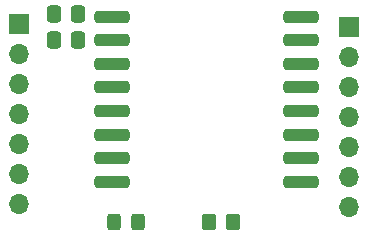
<source format=gbr>
%TF.GenerationSoftware,KiCad,Pcbnew,6.0.5-a6ca702e91~116~ubuntu20.04.1*%
%TF.CreationDate,2022-05-07T22:19:23-05:00*%
%TF.ProjectId,Ra-01SH_915MHz_shield_v001,52612d30-3153-4485-9f39-31354d487a5f,rev?*%
%TF.SameCoordinates,Original*%
%TF.FileFunction,Soldermask,Top*%
%TF.FilePolarity,Negative*%
%FSLAX46Y46*%
G04 Gerber Fmt 4.6, Leading zero omitted, Abs format (unit mm)*
G04 Created by KiCad (PCBNEW 6.0.5-a6ca702e91~116~ubuntu20.04.1) date 2022-05-07 22:19:23*
%MOMM*%
%LPD*%
G01*
G04 APERTURE LIST*
G04 Aperture macros list*
%AMRoundRect*
0 Rectangle with rounded corners*
0 $1 Rounding radius*
0 $2 $3 $4 $5 $6 $7 $8 $9 X,Y pos of 4 corners*
0 Add a 4 corners polygon primitive as box body*
4,1,4,$2,$3,$4,$5,$6,$7,$8,$9,$2,$3,0*
0 Add four circle primitives for the rounded corners*
1,1,$1+$1,$2,$3*
1,1,$1+$1,$4,$5*
1,1,$1+$1,$6,$7*
1,1,$1+$1,$8,$9*
0 Add four rect primitives between the rounded corners*
20,1,$1+$1,$2,$3,$4,$5,0*
20,1,$1+$1,$4,$5,$6,$7,0*
20,1,$1+$1,$6,$7,$8,$9,0*
20,1,$1+$1,$8,$9,$2,$3,0*%
G04 Aperture macros list end*
%ADD10RoundRect,0.250000X-0.337500X-0.475000X0.337500X-0.475000X0.337500X0.475000X-0.337500X0.475000X0*%
%ADD11R,1.700000X1.700000*%
%ADD12O,1.700000X1.700000*%
%ADD13RoundRect,0.250000X0.350000X0.450000X-0.350000X0.450000X-0.350000X-0.450000X0.350000X-0.450000X0*%
%ADD14RoundRect,0.250000X-1.250000X-0.250000X1.250000X-0.250000X1.250000X0.250000X-1.250000X0.250000X0*%
%ADD15RoundRect,0.250000X-0.325000X-0.450000X0.325000X-0.450000X0.325000X0.450000X-0.325000X0.450000X0*%
G04 APERTURE END LIST*
D10*
%TO.C,C1*%
X142662500Y-79700000D03*
X144737500Y-79700000D03*
%TD*%
%TO.C,C2*%
X142662500Y-77500000D03*
X144737500Y-77500000D03*
%TD*%
D11*
%TO.C,J1*%
X139700000Y-78300000D03*
D12*
X139700000Y-80840000D03*
X139700000Y-83380000D03*
X139700000Y-85920000D03*
X139700000Y-88460000D03*
X139700000Y-91000000D03*
X139700000Y-93540000D03*
%TD*%
D11*
%TO.C,J2*%
X167640000Y-78600000D03*
D12*
X167640000Y-81140000D03*
X167640000Y-83680000D03*
X167640000Y-86220000D03*
X167640000Y-88760000D03*
X167640000Y-91300000D03*
X167640000Y-93840000D03*
%TD*%
D13*
%TO.C,R1*%
X157800000Y-95100000D03*
X155800000Y-95100000D03*
%TD*%
D14*
%TO.C,U1*%
X147600000Y-77700000D03*
X147600000Y-79700000D03*
X147600000Y-81700000D03*
X147600000Y-83700000D03*
X147600000Y-85700000D03*
X147600000Y-87700000D03*
X147600000Y-89700000D03*
X147600000Y-91700000D03*
X163600000Y-91700000D03*
X163600000Y-89700000D03*
X163600000Y-87700000D03*
X163600000Y-85700000D03*
X163600000Y-83700000D03*
X163600000Y-81700000D03*
X163600000Y-79700000D03*
X163600000Y-77700000D03*
%TD*%
D15*
%TO.C,D1*%
X147775000Y-95100000D03*
X149825000Y-95100000D03*
%TD*%
M02*

</source>
